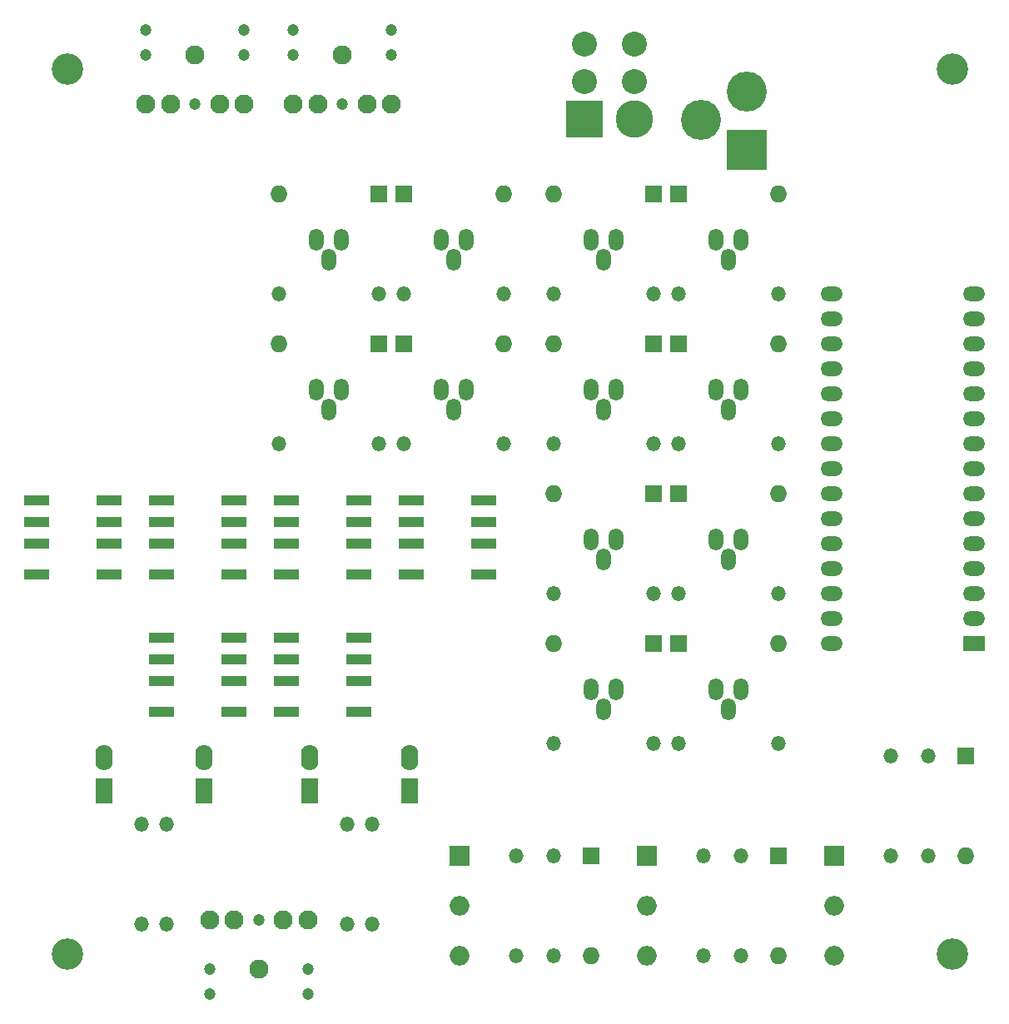
<source format=gts>
G04 (created by PCBNEW (2013-07-07 BZR 4022)-stable) date Fri 30 Oct 2020 07:41:50 PM CDT*
%MOIN*%
G04 Gerber Fmt 3.4, Leading zero omitted, Abs format*
%FSLAX34Y34*%
G01*
G70*
G90*
G04 APERTURE LIST*
%ADD10C,0.00590551*%
%ADD11R,0.069X0.069*%
%ADD12O,0.069X0.069*%
%ADD13O,0.059X0.0885*%
%ADD14C,0.0767717*%
%ADD15C,0.0472441*%
%ADD16O,0.059X0.059*%
%ADD17R,0.069X0.1035*%
%ADD18O,0.069X0.1035*%
%ADD19R,0.0885X0.059*%
%ADD20O,0.0885X0.059*%
%ADD21C,0.125984*%
%ADD22R,0.0787402X0.0787402*%
%ADD23O,0.0787402X0.0787402*%
%ADD24R,0.16X0.16*%
%ADD25C,0.16*%
%ADD26R,0.15X0.15*%
%ADD27C,0.15*%
%ADD28C,0.1*%
%ADD29R,0.0984252X0.0393701*%
G04 APERTURE END LIST*
G54D10*
G54D11*
X58000Y-92500D03*
G54D12*
X58000Y-96500D03*
G54D13*
X51500Y-73852D03*
X51000Y-74647D03*
X50500Y-73852D03*
X45500Y-67852D03*
X45000Y-68647D03*
X44500Y-67852D03*
X56500Y-85852D03*
X56000Y-86647D03*
X55500Y-85852D03*
X56500Y-73852D03*
X56000Y-74647D03*
X55500Y-73852D03*
X40500Y-73852D03*
X40000Y-74647D03*
X39500Y-73852D03*
X51500Y-79852D03*
X51000Y-80647D03*
X50500Y-79852D03*
X56500Y-79852D03*
X56000Y-80647D03*
X55500Y-79852D03*
X56500Y-67852D03*
X56000Y-68647D03*
X55500Y-67852D03*
X51500Y-67852D03*
X51000Y-68647D03*
X50500Y-67852D03*
X45500Y-73852D03*
X45000Y-74647D03*
X44500Y-73852D03*
X40500Y-67852D03*
X40000Y-68647D03*
X39500Y-67852D03*
X51500Y-85852D03*
X51000Y-86647D03*
X50500Y-85852D03*
G54D14*
X37204Y-97047D03*
X36220Y-95078D03*
X38188Y-95078D03*
X35236Y-95078D03*
X39173Y-95078D03*
G54D15*
X35236Y-97047D03*
X35236Y-98031D03*
X37204Y-95078D03*
X39173Y-97047D03*
X39173Y-98031D03*
G54D14*
X40551Y-60433D03*
X41535Y-62401D03*
X39566Y-62401D03*
X42519Y-62401D03*
X38582Y-62401D03*
G54D15*
X42519Y-60433D03*
X42519Y-59448D03*
X40551Y-62401D03*
X38582Y-60433D03*
X38582Y-59448D03*
G54D14*
X34645Y-60433D03*
X35629Y-62401D03*
X33661Y-62401D03*
X36614Y-62401D03*
X32677Y-62401D03*
G54D15*
X36614Y-60433D03*
X36614Y-59448D03*
X34645Y-62401D03*
X32677Y-60433D03*
X32677Y-59448D03*
G54D16*
X54000Y-76000D03*
X58000Y-76000D03*
X42000Y-70000D03*
X38000Y-70000D03*
X53000Y-76000D03*
X49000Y-76000D03*
X53000Y-82000D03*
X49000Y-82000D03*
X43000Y-70000D03*
X47000Y-70000D03*
X43000Y-76000D03*
X47000Y-76000D03*
X54000Y-82000D03*
X58000Y-82000D03*
X53000Y-88000D03*
X49000Y-88000D03*
X54000Y-88000D03*
X58000Y-88000D03*
X53000Y-70000D03*
X49000Y-70000D03*
X54000Y-70000D03*
X58000Y-70000D03*
X42000Y-76000D03*
X38000Y-76000D03*
X49000Y-96500D03*
X49000Y-92500D03*
X56500Y-96500D03*
X56500Y-92500D03*
X64000Y-92500D03*
X64000Y-88500D03*
X40750Y-95250D03*
X40750Y-91250D03*
X41750Y-95250D03*
X41750Y-91250D03*
X33500Y-95250D03*
X33500Y-91250D03*
X32500Y-95250D03*
X32500Y-91250D03*
G54D17*
X35000Y-89922D03*
G54D18*
X35000Y-88577D03*
G54D17*
X39250Y-89922D03*
G54D18*
X39250Y-88577D03*
G54D17*
X43250Y-89922D03*
G54D18*
X43250Y-88577D03*
G54D17*
X31000Y-89922D03*
G54D18*
X31000Y-88577D03*
G54D11*
X65500Y-88500D03*
G54D12*
X65500Y-92500D03*
G54D11*
X50500Y-92500D03*
G54D12*
X50500Y-96500D03*
G54D11*
X42000Y-72000D03*
G54D12*
X38000Y-72000D03*
G54D11*
X43000Y-72000D03*
G54D12*
X47000Y-72000D03*
G54D11*
X54000Y-66000D03*
G54D12*
X58000Y-66000D03*
G54D11*
X53000Y-66000D03*
G54D12*
X49000Y-66000D03*
G54D11*
X43000Y-66000D03*
G54D12*
X47000Y-66000D03*
G54D11*
X42000Y-66000D03*
G54D12*
X38000Y-66000D03*
G54D11*
X53000Y-84000D03*
G54D12*
X49000Y-84000D03*
G54D11*
X54000Y-84000D03*
G54D12*
X58000Y-84000D03*
G54D11*
X54000Y-72000D03*
G54D12*
X58000Y-72000D03*
G54D11*
X53000Y-72000D03*
G54D12*
X49000Y-72000D03*
G54D11*
X53000Y-78000D03*
G54D12*
X49000Y-78000D03*
G54D11*
X54000Y-78000D03*
G54D12*
X58000Y-78000D03*
G54D19*
X65852Y-84000D03*
G54D20*
X65852Y-83000D03*
X65852Y-82000D03*
X65852Y-81000D03*
X60147Y-79000D03*
X60147Y-80000D03*
X60147Y-81000D03*
X65852Y-80000D03*
X65852Y-79000D03*
X65852Y-78000D03*
X60147Y-78000D03*
X60147Y-77000D03*
X60147Y-76000D03*
X65852Y-77000D03*
X65852Y-76000D03*
X65852Y-75000D03*
X65852Y-74000D03*
X65852Y-73000D03*
X65852Y-72000D03*
X65852Y-71000D03*
X60147Y-75000D03*
X60147Y-74000D03*
X60147Y-73000D03*
X60147Y-72000D03*
X60147Y-71000D03*
X60147Y-70000D03*
X65852Y-70000D03*
X60147Y-82000D03*
X60147Y-83000D03*
X60147Y-84000D03*
G54D21*
X29527Y-61023D03*
X64960Y-61023D03*
X64960Y-96456D03*
X29527Y-96456D03*
G54D22*
X60250Y-92500D03*
G54D23*
X60250Y-94500D03*
X60250Y-96500D03*
G54D22*
X52750Y-92500D03*
G54D23*
X52750Y-94500D03*
X52750Y-96500D03*
G54D22*
X45250Y-92500D03*
G54D23*
X45250Y-94500D03*
X45250Y-96500D03*
G54D24*
X56750Y-64250D03*
G54D25*
X56750Y-61900D03*
X54900Y-63050D03*
G54D26*
X50250Y-63000D03*
G54D27*
X52250Y-63000D03*
G54D28*
X50250Y-61500D03*
X52250Y-61500D03*
X52250Y-60000D03*
X50250Y-60000D03*
G54D16*
X47500Y-92500D03*
X47500Y-96500D03*
X55000Y-92500D03*
X55000Y-96500D03*
X62500Y-88500D03*
X62500Y-92500D03*
G54D29*
X33293Y-85500D03*
X33293Y-84633D03*
X33293Y-83767D03*
X33293Y-86759D03*
X36206Y-85500D03*
X36206Y-84633D03*
X36206Y-83767D03*
X36206Y-86759D03*
X38293Y-85500D03*
X38293Y-84633D03*
X38293Y-83767D03*
X38293Y-86759D03*
X41206Y-85500D03*
X41206Y-84633D03*
X41206Y-83767D03*
X41206Y-86759D03*
X43293Y-80000D03*
X43293Y-79133D03*
X43293Y-78267D03*
X43293Y-81259D03*
X46206Y-80000D03*
X46206Y-79133D03*
X46206Y-78267D03*
X46206Y-81259D03*
X38293Y-80000D03*
X38293Y-79133D03*
X38293Y-78267D03*
X38293Y-81259D03*
X41206Y-80000D03*
X41206Y-79133D03*
X41206Y-78267D03*
X41206Y-81259D03*
X33293Y-80000D03*
X33293Y-79133D03*
X33293Y-78267D03*
X33293Y-81259D03*
X36206Y-80000D03*
X36206Y-79133D03*
X36206Y-78267D03*
X36206Y-81259D03*
X28293Y-80000D03*
X28293Y-79133D03*
X28293Y-78267D03*
X28293Y-81259D03*
X31206Y-80000D03*
X31206Y-79133D03*
X31206Y-78267D03*
X31206Y-81259D03*
M02*

</source>
